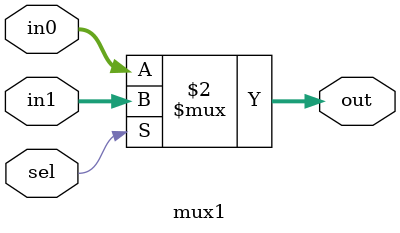
<source format=v>
module mux1(
  input wire [31:0]in0,in1,
  input sel,
  output [31:0]out
  );
  
  assign out = (sel==1'b1) ? in1 : in0;
  
  endmodule
</source>
